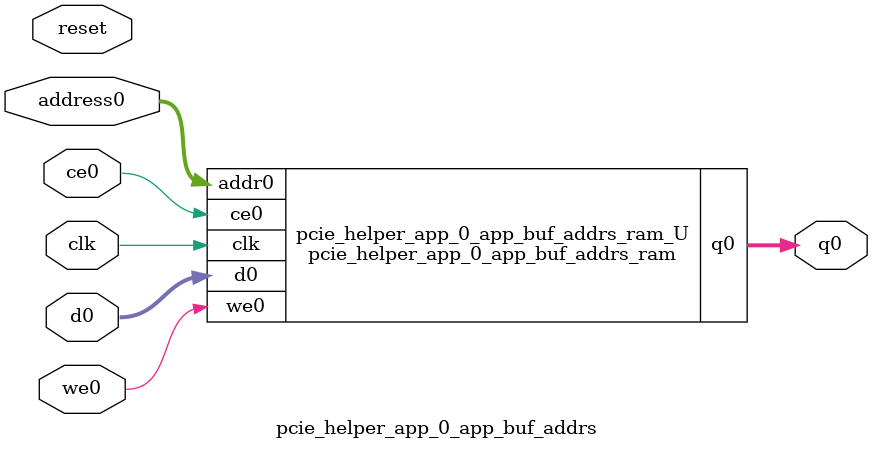
<source format=v>

`timescale 1 ns / 1 ps
module pcie_helper_app_0_app_buf_addrs_ram (addr0, ce0, d0, we0, q0,  clk);

parameter DWIDTH = 64;
parameter AWIDTH = 3;
parameter MEM_SIZE = 8;

input[AWIDTH-1:0] addr0;
input ce0;
input[DWIDTH-1:0] d0;
input we0;
output reg[DWIDTH-1:0] q0;
input clk;

(* ram_style = "distributed" *)reg [DWIDTH-1:0] ram[0:MEM_SIZE-1];




always @(posedge clk)  
begin 
    if (ce0) 
    begin
        if (we0) 
        begin 
            ram[addr0] <= d0; 
            q0 <= d0;
        end 
        else 
            q0 <= ram[addr0];
    end
end


endmodule


`timescale 1 ns / 1 ps
module pcie_helper_app_0_app_buf_addrs(
    reset,
    clk,
    address0,
    ce0,
    we0,
    d0,
    q0);

parameter DataWidth = 32'd64;
parameter AddressRange = 32'd8;
parameter AddressWidth = 32'd3;
input reset;
input clk;
input[AddressWidth - 1:0] address0;
input ce0;
input we0;
input[DataWidth - 1:0] d0;
output[DataWidth - 1:0] q0;



pcie_helper_app_0_app_buf_addrs_ram pcie_helper_app_0_app_buf_addrs_ram_U(
    .clk( clk ),
    .addr0( address0 ),
    .ce0( ce0 ),
    .d0( d0 ),
    .we0( we0 ),
    .q0( q0 ));

endmodule


</source>
